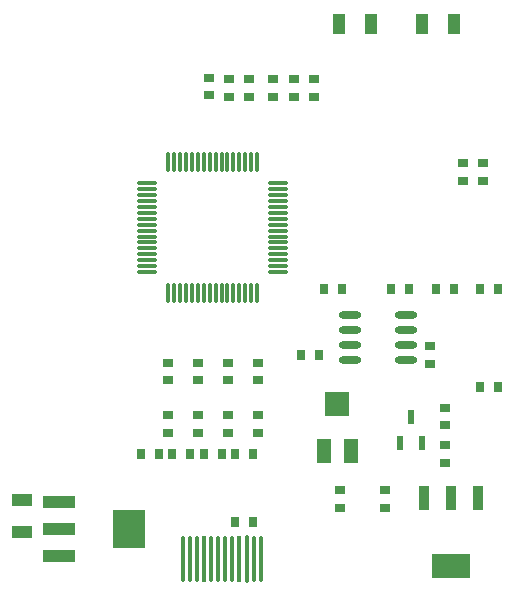
<source format=gtp>
%FSLAX43Y43*%
%MOMM*%
G71*
G01*
G75*
G04 Layer_Color=8421504*
%ADD10R,0.900X0.700*%
%ADD11R,2.700X3.300*%
%ADD12R,2.700X1.000*%
%ADD13O,1.800X0.300*%
%ADD14O,0.300X1.800*%
%ADD15R,1.300X2.000*%
%ADD16R,2.000X2.000*%
%ADD17R,0.700X0.900*%
%ADD18R,0.900X2.100*%
%ADD19R,3.200X2.100*%
%ADD20O,1.900X0.600*%
%ADD21O,0.300X4.000*%
%ADD22R,0.300X4.000*%
G04:AMPARAMS|DCode=23|XSize=0.3mm|YSize=4mm|CornerRadius=0.075mm|HoleSize=0mm|Usage=FLASHONLY|Rotation=0.000|XOffset=0mm|YOffset=0mm|HoleType=Round|Shape=RoundedRectangle|*
%AMROUNDEDRECTD23*
21,1,0.300,3.850,0,0,0.0*
21,1,0.150,4.000,0,0,0.0*
1,1,0.150,0.075,-1.925*
1,1,0.150,-0.075,-1.925*
1,1,0.150,-0.075,1.925*
1,1,0.150,0.075,1.925*
%
%ADD23ROUNDEDRECTD23*%
%ADD24R,0.600X1.150*%
%ADD25R,1.100X1.700*%
%ADD26R,1.700X1.100*%
%ADD27C,0.500*%
%ADD28C,1.000*%
%ADD29C,0.254*%
%ADD30C,0.400*%
%ADD31C,0.300*%
%ADD32C,2.000*%
%ADD33R,1.500X1.500*%
%ADD34C,1.500*%
%ADD35C,1.400*%
%ADD36R,1.500X1.500*%
%ADD37R,1.600X1.600*%
%ADD38C,1.600*%
%ADD39O,2.000X1.000*%
%ADD40O,2.000X1.000*%
%ADD41C,1.524*%
%ADD42O,1.000X1.524*%
%ADD43R,1.600X1.600*%
D10*
X56800Y112950D02*
D03*
Y114450D02*
D03*
X47900Y113050D02*
D03*
Y114550D02*
D03*
X49600Y112950D02*
D03*
Y114450D02*
D03*
X51300Y112950D02*
D03*
Y114450D02*
D03*
X53400Y112950D02*
D03*
Y114450D02*
D03*
X55100Y112950D02*
D03*
Y114450D02*
D03*
X59055Y79617D02*
D03*
Y78117D02*
D03*
X67945Y85102D02*
D03*
Y86602D02*
D03*
Y83427D02*
D03*
Y81927D02*
D03*
X62865Y78117D02*
D03*
Y79617D02*
D03*
X71120Y105803D02*
D03*
Y107303D02*
D03*
X69469Y105803D02*
D03*
Y107303D02*
D03*
X66675Y90309D02*
D03*
Y91809D02*
D03*
X44450Y90424D02*
D03*
Y88924D02*
D03*
X46990Y90424D02*
D03*
Y88924D02*
D03*
X44450Y84479D02*
D03*
Y85979D02*
D03*
X46990Y84479D02*
D03*
Y85979D02*
D03*
X49530Y84479D02*
D03*
Y85979D02*
D03*
X52070Y84479D02*
D03*
Y85979D02*
D03*
X49530Y88924D02*
D03*
Y90424D02*
D03*
X52070Y88924D02*
D03*
Y90424D02*
D03*
D11*
X41177Y76327D02*
D03*
D12*
X35277Y74027D02*
D03*
Y76327D02*
D03*
Y78627D02*
D03*
D13*
X42700Y98095D02*
D03*
Y98595D02*
D03*
Y99095D02*
D03*
Y99595D02*
D03*
Y100095D02*
D03*
Y100595D02*
D03*
Y101095D02*
D03*
Y101595D02*
D03*
Y102095D02*
D03*
Y102595D02*
D03*
Y103095D02*
D03*
Y103595D02*
D03*
Y104095D02*
D03*
Y104595D02*
D03*
Y105095D02*
D03*
Y105595D02*
D03*
X53800D02*
D03*
Y105095D02*
D03*
Y104595D02*
D03*
Y104095D02*
D03*
Y103595D02*
D03*
Y103095D02*
D03*
Y102595D02*
D03*
Y102095D02*
D03*
Y101595D02*
D03*
Y101095D02*
D03*
Y100595D02*
D03*
Y100095D02*
D03*
Y99595D02*
D03*
Y99095D02*
D03*
Y98595D02*
D03*
Y98095D02*
D03*
D14*
X44500Y107395D02*
D03*
X45000D02*
D03*
X45500D02*
D03*
X46000D02*
D03*
X46500D02*
D03*
X47000D02*
D03*
X47500D02*
D03*
X48000D02*
D03*
X48500D02*
D03*
X49000D02*
D03*
X49500D02*
D03*
X50000D02*
D03*
X50500D02*
D03*
X51000D02*
D03*
X51500D02*
D03*
X52000D02*
D03*
Y96295D02*
D03*
X51500D02*
D03*
X51000D02*
D03*
X50500D02*
D03*
X50000D02*
D03*
X49500D02*
D03*
X49000D02*
D03*
X48500D02*
D03*
X48000D02*
D03*
X47500D02*
D03*
X47000D02*
D03*
X46500D02*
D03*
X46000D02*
D03*
X45500D02*
D03*
X45000D02*
D03*
X44500D02*
D03*
D15*
X57651Y82963D02*
D03*
X59951D02*
D03*
D16*
X58801Y86963D02*
D03*
D17*
X72378Y96647D02*
D03*
X70878D02*
D03*
X57670D02*
D03*
X59170D02*
D03*
X67195D02*
D03*
X68695D02*
D03*
X70878Y88392D02*
D03*
X72378D02*
D03*
X63385Y96647D02*
D03*
X64885D02*
D03*
X55765Y91059D02*
D03*
X57265D02*
D03*
X50177Y82689D02*
D03*
X51677D02*
D03*
X47510D02*
D03*
X49010D02*
D03*
X46343Y82689D02*
D03*
X44843D02*
D03*
X50177Y76962D02*
D03*
X51677D02*
D03*
X42176Y82677D02*
D03*
X43676D02*
D03*
D18*
X70753Y78923D02*
D03*
X68453D02*
D03*
X66153D02*
D03*
D19*
X68453Y73223D02*
D03*
D20*
X59880Y94488D02*
D03*
Y93218D02*
D03*
Y91948D02*
D03*
Y90678D02*
D03*
X64580Y94488D02*
D03*
Y93218D02*
D03*
Y91948D02*
D03*
Y90678D02*
D03*
D21*
X45720Y73787D02*
D03*
X46320D02*
D03*
X46920D02*
D03*
X48120D02*
D03*
X48720D02*
D03*
X49320D02*
D03*
X49920D02*
D03*
X51720D02*
D03*
X52320D02*
D03*
D22*
X47520D02*
D03*
X50520D02*
D03*
D23*
X51120D02*
D03*
D24*
X65024Y85834D02*
D03*
X65974Y83584D02*
D03*
X64074D02*
D03*
D25*
X68660Y119126D02*
D03*
X65960D02*
D03*
X61675D02*
D03*
X58975D02*
D03*
D26*
X32131Y76120D02*
D03*
Y78820D02*
D03*
M02*

</source>
